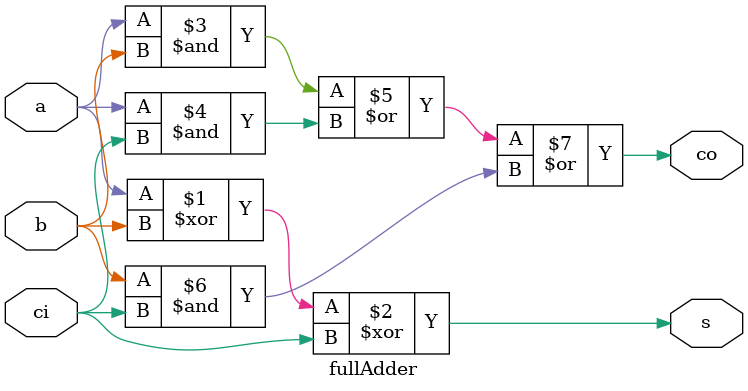
<source format=v>
module part4(SW, LEDR, HEX0, HEX1, HEX3, HEX5);
	// Assigning inputs and outputs
	input [9:0] SW;
	output [9:0] LEDR;
	output [0:6] HEX0, HEX1, HEX3, HEX5;
	
	// Wires
	wire s0, s1, s2, s3, c_out; // Sum output
	wire c1, c2, c3; // Carry-overs
	wire [3:0] A, B, c_in; // Numbers to add
	wire z; // sum > 9?
	wire [3:0] M0, X; // Multiplexer output, circuit "A"
	wire [4:0] V; // Sum binary output
	wire err; // Error out if sum > 19
	
	// Assigning numbers to add
	assign A = SW[7:4];
	assign B = SW[3:0];
	assign c_in = SW[8];
	
	// Assigning lights to display sum
	assign LEDR[0] = V[0];
	assign LEDR[1] = V[1];
	assign LEDR[2] = V[2];
	assign LEDR[3] = V[3];
	assign LEDR[4] = V[4];
	
	// Combining 4 fullAdders
	fullAdder A0 (A[0], B[0], c_in, V[0], c1);
	fullAdder A1 (A[1], B[1], c1, V[1], c2);
	fullAdder A2 (A[2], B[2], c2, V[2], c3);
	fullAdder A3 (A[3], B[3], c3, V[3], V[4]);
	
	// Displaying answer
	comparator C0 (V, z);
	circuitA E0 (V, X);
	mux_5bit_2to1 U0 (z, V, X, M0);
	disp_7seg H0 (M0, HEX0);
	dispTens H1 (z, HEX1);
	disp_7seg_old H3 (B, HEX3);
	disp_7seg_old H5 (A, HEX5);
	
	// Displaying error LED
	error ERR0 (V, err);
	assign LEDR[9] = err;
endmodule

module comparator(V, z);
	// Assigning inputs and outputs
	input [4:0] V;
	output z;
	
	// Logic
	assign z = V[4] | (V[3] & (V[2] | V[1]));
	
//	assign z = (V[3] & V[2]) | (V[3] & V[1]);
endmodule

module error(V, err);
	input [4:0] V;
	output err;
	
	wire err_temp;
	
	assign err_temp = ~V[4] | (V[4] & ~V[3] & ~V[2]);
	assign err = ~err_temp;
endmodule

module mux_5bit_2to1(s, V, A, M);
	// Assigning inputs and outputs
	input s;
	input [4:0] V, A;
	output [4:0] M;
	
	// Logic
	assign M = s ? A : V;
endmodule

module circuitA(V, A);
	// Assigning inputs and outputs
	input [4:0] V;
	output [4:0] A;
	
	// Logic
	assign A[4] = 1'b0;
	assign A[3] = V[4] & V[1];
	assign A[2] = (V[4] & ~V[1]) | (V[3] & V[2] & V[1]);
	assign A[1] = (V[4] & ~V[1]) | (V[3] & V[2] & ~V[1]);
	assign A[0] = (V[4] & V[0]) | ((V[0] & V[3]) & (V[2] | V[1]));
	
//	assign A[3] = 1'b0;
//	assign A[2] = V[3] & V[2] & V[1];
//	assign A[1] = V[3] & V[2] & ~V[1];
//	assign A[0] = (V[0] & V[3]) & (V[2] | V[1]);
endmodule

module disp_7seg_old(M, disp);
	// Assigning inputs and outputs
	input [3:0] M;
	output [0:6] disp;
	
	wire s0, s1, s2, s3;
	
	// Assigning wires for inputs and outputs
	assign s0 = M[0];
	assign s1 = M[1];
	assign s2 = M[2];
	assign s3 = M[3];
	
	// Logic
	assign disp[0] = (s0 & ~s1 & ~s2 & ~s3) | (~s0 & ~s1 & s2 & ~s3);
	assign disp[1] = s2 & (s0 ^ s1);
	assign disp[2] = ~s0 & s1 & ~s2 & ~s3;
	assign disp[3] = ~s3 & ((s0 & ~s1 & ~s2) | (~s0 & ~s1 & s2) | (s0 & s1 & s2));
	assign disp[4] = (s0 & ~s3) | (~s1 & s2 & ~s3) | (s0 & ~s1 & ~s2);
	assign disp[5] = ~s3 & ((s0 & ~s2) | (s0 & s1) | (s1 & ~s2));
	assign disp[6] = ~s3 & ((~s1 & ~s2) | (s0 & s1 & s2));
endmodule

module disp_7seg(M, disp);
	// Assigning inputs and outputs
	input [4:0] M;
	output [0:6] disp;
	
	wire s0, s1, s2, s3, s4;
	
	// Assigning wires for inputs and outputs
	assign s0 = M[0];
	assign s1 = M[1];
	assign s2 = M[2];
	assign s3 = M[3];
	assign s4 = M[4];
	
	// Logic
	assign disp[0] = (s0 & ~s1 & ~s2 & ~s3) | (~s0 & ~s1 & s2 & ~s3);
	assign disp[1] = s2 & (s0 ^ s1);
	assign disp[2] = ~s0 & s1 & ~s2 & ~s3;
	assign disp[3] = ~s3 & ((s0 & ~s1 & ~s2) | (~s0 & ~s1 & s2) | (s0 & s1 & s2));
	assign disp[4] = (s0 & ~s3) | (~s1 & s2 & ~s3) | (s0 & ~s1 & ~s2);
	assign disp[5] = ~s3 & ((s0 & ~s2) | (s0 & s1) | (s1 & ~s2));
	assign disp[6] = ~s3 & ((~s1 & ~s2) | (s0 & s1 & s2));
endmodule

module dispTens(z, disp);
	// Assigning inputs and outputs
	input z;
	output [0:6] disp;
	
	// Logic
	assign disp[0] = z;
	assign disp[1] = 1'b0;
	assign disp[2] = 1'b0;
	assign disp[3] = z;
	assign disp[4] = z;
	assign disp[5] = z;
	assign disp[6] = 1'b1;
endmodule

module fullAdder(a, b, ci, s, co);
	// Assigning inputs
	input a, b, ci;
	output s, co;
	
	// Logic
	assign s = a ^ b ^ ci;
	assign co = (a & b) | (a & ci) | (b & ci);
endmodule

</source>
